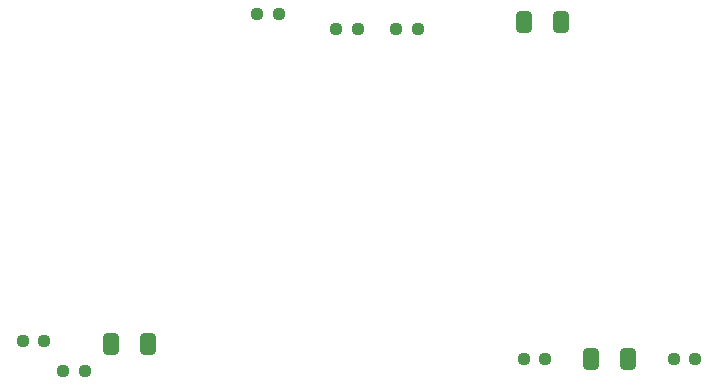
<source format=gtp>
G04 #@! TF.GenerationSoftware,KiCad,Pcbnew,7.0.8*
G04 #@! TF.CreationDate,2024-01-13T09:37:12-08:00*
G04 #@! TF.ProjectId,ph-sensor,70682d73-656e-4736-9f72-2e6b69636164,rev?*
G04 #@! TF.SameCoordinates,Original*
G04 #@! TF.FileFunction,Paste,Top*
G04 #@! TF.FilePolarity,Positive*
%FSLAX46Y46*%
G04 Gerber Fmt 4.6, Leading zero omitted, Abs format (unit mm)*
G04 Created by KiCad (PCBNEW 7.0.8) date 2024-01-13 09:37:12*
%MOMM*%
%LPD*%
G01*
G04 APERTURE LIST*
G04 Aperture macros list*
%AMRoundRect*
0 Rectangle with rounded corners*
0 $1 Rounding radius*
0 $2 $3 $4 $5 $6 $7 $8 $9 X,Y pos of 4 corners*
0 Add a 4 corners polygon primitive as box body*
4,1,4,$2,$3,$4,$5,$6,$7,$8,$9,$2,$3,0*
0 Add four circle primitives for the rounded corners*
1,1,$1+$1,$2,$3*
1,1,$1+$1,$4,$5*
1,1,$1+$1,$6,$7*
1,1,$1+$1,$8,$9*
0 Add four rect primitives between the rounded corners*
20,1,$1+$1,$2,$3,$4,$5,0*
20,1,$1+$1,$4,$5,$6,$7,0*
20,1,$1+$1,$6,$7,$8,$9,0*
20,1,$1+$1,$8,$9,$2,$3,0*%
G04 Aperture macros list end*
%ADD10RoundRect,0.250000X-0.412500X-0.650000X0.412500X-0.650000X0.412500X0.650000X-0.412500X0.650000X0*%
%ADD11RoundRect,0.237500X0.250000X0.237500X-0.250000X0.237500X-0.250000X-0.237500X0.250000X-0.237500X0*%
%ADD12RoundRect,0.237500X-0.250000X-0.237500X0.250000X-0.237500X0.250000X0.237500X-0.250000X0.237500X0*%
%ADD13RoundRect,0.250000X0.412500X0.650000X-0.412500X0.650000X-0.412500X-0.650000X0.412500X-0.650000X0*%
G04 APERTURE END LIST*
D10*
X127977500Y-95250000D03*
X131102500Y-95250000D03*
D11*
X177442500Y-96520000D03*
X175617500Y-96520000D03*
X153947500Y-68580000D03*
X152122500Y-68580000D03*
D10*
X162902500Y-67945000D03*
X166027500Y-67945000D03*
D12*
X162917500Y-96520000D03*
X164742500Y-96520000D03*
X120499500Y-94996000D03*
X122324500Y-94996000D03*
D13*
X171742500Y-96520000D03*
X168617500Y-96520000D03*
D11*
X148867500Y-68580000D03*
X147042500Y-68580000D03*
X125730000Y-97536000D03*
X123905000Y-97536000D03*
D12*
X140335000Y-67310000D03*
X142160000Y-67310000D03*
M02*

</source>
